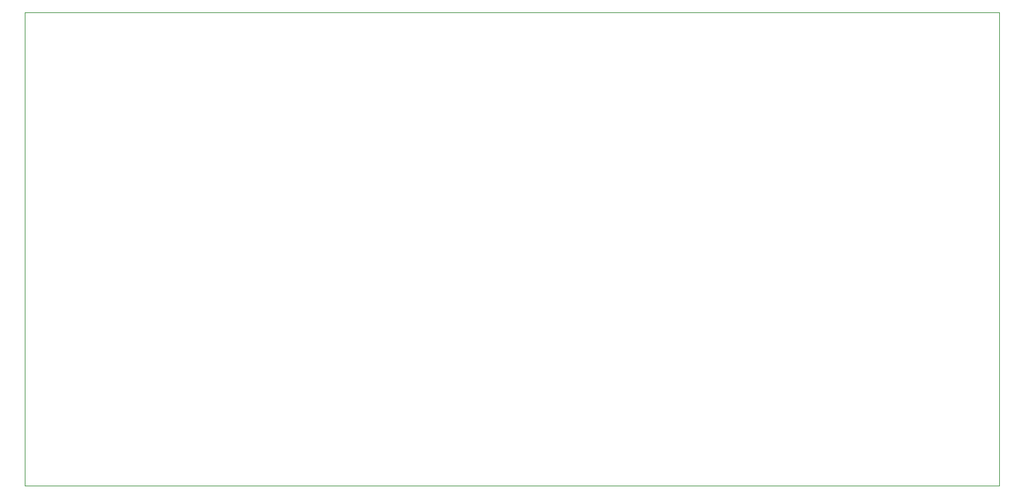
<source format=gbr>
G04 (created by PCBNEW (2013-07-07 BZR 4022)-stable) date 9/7/2014 5:26:02 PM*
%MOIN*%
G04 Gerber Fmt 3.4, Leading zero omitted, Abs format*
%FSLAX34Y34*%
G01*
G70*
G90*
G04 APERTURE LIST*
%ADD10C,0.00590551*%
%ADD11C,0.00393701*%
G04 APERTURE END LIST*
G54D10*
G54D11*
X59950Y-65580D02*
X59950Y-54520D01*
X109750Y-65580D02*
X59950Y-65580D01*
X109750Y-41340D02*
X109750Y-65580D01*
X59950Y-41340D02*
X109750Y-41340D01*
X59950Y-54510D02*
X59950Y-41340D01*
M02*

</source>
